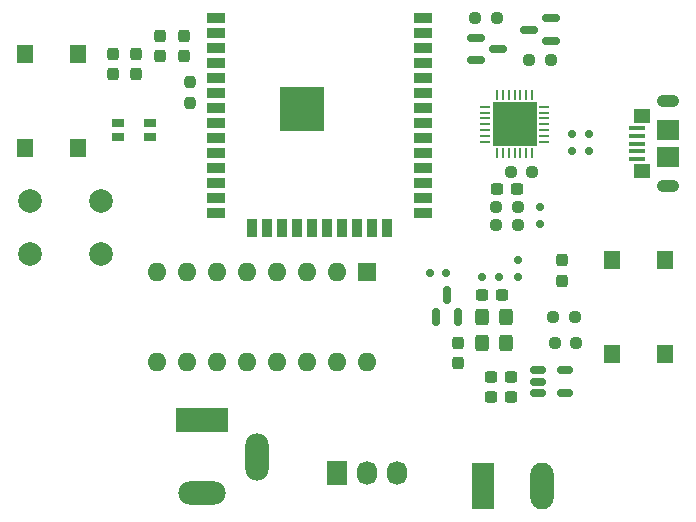
<source format=gbr>
%TF.GenerationSoftware,KiCad,Pcbnew,8.0.5-8.0.5-0~ubuntu24.04.1*%
%TF.CreationDate,2024-09-17T16:47:34-05:00*%
%TF.ProjectId,Airboat,41697262-6f61-4742-9e6b-696361645f70,rev?*%
%TF.SameCoordinates,Original*%
%TF.FileFunction,Soldermask,Top*%
%TF.FilePolarity,Negative*%
%FSLAX46Y46*%
G04 Gerber Fmt 4.6, Leading zero omitted, Abs format (unit mm)*
G04 Created by KiCad (PCBNEW 8.0.5-8.0.5-0~ubuntu24.04.1) date 2024-09-17 16:47:34*
%MOMM*%
%LPD*%
G01*
G04 APERTURE LIST*
G04 Aperture macros list*
%AMRoundRect*
0 Rectangle with rounded corners*
0 $1 Rounding radius*
0 $2 $3 $4 $5 $6 $7 $8 $9 X,Y pos of 4 corners*
0 Add a 4 corners polygon primitive as box body*
4,1,4,$2,$3,$4,$5,$6,$7,$8,$9,$2,$3,0*
0 Add four circle primitives for the rounded corners*
1,1,$1+$1,$2,$3*
1,1,$1+$1,$4,$5*
1,1,$1+$1,$6,$7*
1,1,$1+$1,$8,$9*
0 Add four rect primitives between the rounded corners*
20,1,$1+$1,$2,$3,$4,$5,0*
20,1,$1+$1,$4,$5,$6,$7,0*
20,1,$1+$1,$6,$7,$8,$9,0*
20,1,$1+$1,$8,$9,$2,$3,0*%
G04 Aperture macros list end*
%ADD10RoundRect,0.150000X-0.512500X-0.150000X0.512500X-0.150000X0.512500X0.150000X-0.512500X0.150000X0*%
%ADD11R,1.730000X2.030000*%
%ADD12O,1.730000X2.030000*%
%ADD13RoundRect,0.237500X0.300000X0.237500X-0.300000X0.237500X-0.300000X-0.237500X0.300000X-0.237500X0*%
%ADD14C,2.000000*%
%ADD15RoundRect,0.237500X0.237500X-0.250000X0.237500X0.250000X-0.237500X0.250000X-0.237500X-0.250000X0*%
%ADD16RoundRect,0.237500X-0.250000X-0.237500X0.250000X-0.237500X0.250000X0.237500X-0.250000X0.237500X0*%
%ADD17RoundRect,0.237500X0.250000X0.237500X-0.250000X0.237500X-0.250000X-0.237500X0.250000X-0.237500X0*%
%ADD18R,1.600000X1.600000*%
%ADD19O,1.600000X1.600000*%
%ADD20RoundRect,0.150000X-0.200000X0.150000X-0.200000X-0.150000X0.200000X-0.150000X0.200000X0.150000X0*%
%ADD21R,1.400000X1.600000*%
%ADD22RoundRect,0.150000X0.150000X0.200000X-0.150000X0.200000X-0.150000X-0.200000X0.150000X-0.200000X0*%
%ADD23R,1.400000X0.400000*%
%ADD24O,1.900000X1.050000*%
%ADD25R,1.450000X1.150000*%
%ADD26R,1.900000X1.750000*%
%ADD27RoundRect,0.150000X0.150000X-0.587500X0.150000X0.587500X-0.150000X0.587500X-0.150000X-0.587500X0*%
%ADD28RoundRect,0.237500X0.237500X-0.300000X0.237500X0.300000X-0.237500X0.300000X-0.237500X-0.300000X0*%
%ADD29R,1.500000X0.900000*%
%ADD30R,0.900000X1.500000*%
%ADD31C,0.600000*%
%ADD32R,3.800000X3.800000*%
%ADD33RoundRect,0.237500X-0.300000X-0.237500X0.300000X-0.237500X0.300000X0.237500X-0.300000X0.237500X0*%
%ADD34R,4.500000X2.000000*%
%ADD35O,4.000000X2.000000*%
%ADD36O,2.000000X4.000000*%
%ADD37RoundRect,0.237500X-0.237500X0.300000X-0.237500X-0.300000X0.237500X-0.300000X0.237500X0.300000X0*%
%ADD38RoundRect,0.150000X-0.150000X-0.200000X0.150000X-0.200000X0.150000X0.200000X-0.150000X0.200000X0*%
%ADD39RoundRect,0.250000X0.325000X0.450000X-0.325000X0.450000X-0.325000X-0.450000X0.325000X-0.450000X0*%
%ADD40RoundRect,0.150000X-0.587500X-0.150000X0.587500X-0.150000X0.587500X0.150000X-0.587500X0.150000X0*%
%ADD41RoundRect,0.062500X-0.325000X-0.062500X0.325000X-0.062500X0.325000X0.062500X-0.325000X0.062500X0*%
%ADD42RoundRect,0.062500X-0.062500X-0.325000X0.062500X-0.325000X0.062500X0.325000X-0.062500X0.325000X0*%
%ADD43R,3.750000X3.750000*%
%ADD44RoundRect,0.150000X0.587500X0.150000X-0.587500X0.150000X-0.587500X-0.150000X0.587500X-0.150000X0*%
%ADD45R,1.050000X0.800000*%
%ADD46R,1.980000X3.960000*%
%ADD47O,1.980000X3.960000*%
G04 APERTURE END LIST*
D10*
%TO.C,U6*%
X157429200Y-119613600D03*
X157429200Y-121513600D03*
X155154200Y-121513600D03*
X155154200Y-120563600D03*
X155154200Y-119613600D03*
%TD*%
D11*
%TO.C,J1*%
X138125200Y-128270000D03*
D12*
X140665200Y-128270000D03*
X143205200Y-128270000D03*
%TD*%
D13*
%TO.C,C6*%
X152881500Y-121843800D03*
X151156500Y-121843800D03*
%TD*%
%TO.C,C5*%
X151157600Y-120167400D03*
X152882600Y-120167400D03*
%TD*%
D14*
%TO.C,5V_USB1*%
X112142546Y-109780379D03*
%TD*%
D15*
%TO.C,R1*%
X125678160Y-97002886D03*
X125678160Y-95177886D03*
%TD*%
D16*
%TO.C,R6*%
X154385880Y-93324242D03*
X156210880Y-93324242D03*
%TD*%
D17*
%TO.C,R5*%
X151659600Y-89814400D03*
X149834600Y-89814400D03*
%TD*%
D18*
%TO.C,U5*%
X140642546Y-111280379D03*
D19*
X138102546Y-111280379D03*
X135562546Y-111280379D03*
X133022546Y-111280379D03*
X130482546Y-111280379D03*
X127942546Y-111280379D03*
X125402546Y-111280379D03*
X122862546Y-111280379D03*
X122862546Y-118900379D03*
X125402546Y-118900379D03*
X127942546Y-118900379D03*
X130482546Y-118900379D03*
X133022546Y-118900379D03*
X135562546Y-118900379D03*
X138102546Y-118900379D03*
X140642546Y-118900379D03*
%TD*%
D20*
%TO.C,D1*%
X155337387Y-107183100D03*
X155337387Y-105783100D03*
%TD*%
D21*
%TO.C,SW1*%
X165908444Y-110260692D03*
X165908444Y-118260692D03*
X161408444Y-110260692D03*
X161408444Y-118260692D03*
%TD*%
D17*
%TO.C,R3*%
X153426221Y-107311582D03*
X151601221Y-107311582D03*
%TD*%
D22*
%TO.C,D4*%
X158038010Y-101052906D03*
X159438010Y-101052906D03*
%TD*%
D23*
%TO.C,J4*%
X163492546Y-101705379D03*
X163492546Y-101055379D03*
X163492546Y-100405379D03*
X163492546Y-99755379D03*
X163492546Y-99105379D03*
D24*
X166142546Y-103980379D03*
D25*
X163912546Y-102725379D03*
D26*
X166142546Y-101530379D03*
X166142546Y-99280379D03*
D25*
X163912546Y-98085379D03*
D24*
X166142546Y-96830379D03*
%TD*%
D16*
%TO.C,R4*%
X151616202Y-105784257D03*
X153441202Y-105784257D03*
%TD*%
D27*
%TO.C,U3*%
X146454992Y-115091735D03*
X148354992Y-115091735D03*
X147404992Y-113216735D03*
%TD*%
D14*
%TO.C,3v3*%
X112142546Y-105280379D03*
%TD*%
D21*
%TO.C,SW3*%
X111683764Y-100805103D03*
X111683764Y-92805103D03*
X116183764Y-100805103D03*
X116183764Y-92805103D03*
%TD*%
D28*
%TO.C,C11*%
X119152007Y-94532969D03*
X119152007Y-92807969D03*
%TD*%
D29*
%TO.C,U1*%
X127892546Y-89775379D03*
X127892546Y-91045379D03*
X127892546Y-92315379D03*
X127892546Y-93585379D03*
X127892546Y-94855379D03*
X127892546Y-96125379D03*
X127892546Y-97395379D03*
X127892546Y-98665379D03*
X127892546Y-99935379D03*
X127892546Y-101205379D03*
X127892546Y-102475379D03*
X127892546Y-103745379D03*
X127892546Y-105015379D03*
X127892546Y-106285379D03*
D30*
X130932546Y-107535379D03*
X132202546Y-107535379D03*
X133472546Y-107535379D03*
X134742546Y-107535379D03*
X136012546Y-107535379D03*
X137282546Y-107535379D03*
X138552546Y-107535379D03*
X139822546Y-107535379D03*
X141092546Y-107535379D03*
X142362546Y-107535379D03*
D29*
X145392546Y-106285379D03*
X145392546Y-105015379D03*
X145392546Y-103745379D03*
X145392546Y-102475379D03*
X145392546Y-101205379D03*
X145392546Y-99935379D03*
X145392546Y-98665379D03*
X145392546Y-97395379D03*
X145392546Y-96125379D03*
X145392546Y-94855379D03*
X145392546Y-93585379D03*
X145392546Y-92315379D03*
X145392546Y-91045379D03*
X145392546Y-89775379D03*
D31*
X133742546Y-96795379D03*
X133742546Y-98195379D03*
X134442546Y-96095379D03*
X134442546Y-97495379D03*
X134442546Y-98895379D03*
X135117546Y-96795379D03*
X135117546Y-98195379D03*
D32*
X135142546Y-97495379D03*
D31*
X135842546Y-96095379D03*
X135842546Y-97495379D03*
X135842546Y-98895379D03*
X136542546Y-96795379D03*
X136542546Y-98195379D03*
%TD*%
D20*
%TO.C,D2*%
X153433800Y-111680379D03*
X153433800Y-110280379D03*
%TD*%
D33*
%TO.C,C7*%
X150394098Y-113217261D03*
X152119098Y-113217261D03*
%TD*%
D22*
%TO.C,D6*%
X150396284Y-111674067D03*
X151796284Y-111674067D03*
%TD*%
D34*
%TO.C,J2*%
X126642546Y-123780379D03*
D35*
X126642546Y-129980379D03*
D36*
X131342546Y-126980379D03*
%TD*%
D14*
%TO.C,5V1*%
X118142546Y-105280379D03*
%TD*%
D37*
%TO.C,C2*%
X123142546Y-91280379D03*
X123142546Y-93005379D03*
%TD*%
%TO.C,C3*%
X125142546Y-91280379D03*
X125142546Y-93005379D03*
%TD*%
D22*
%TO.C,D3*%
X158038010Y-99574168D03*
X159438010Y-99574168D03*
%TD*%
D38*
%TO.C,D5*%
X147349885Y-111373957D03*
X145949885Y-111373957D03*
%TD*%
D33*
%TO.C,C4*%
X151652554Y-104260511D03*
X153377554Y-104260511D03*
%TD*%
D39*
%TO.C,D8*%
X152445593Y-117297388D03*
X150395593Y-117297388D03*
%TD*%
D37*
%TO.C,C1*%
X121099174Y-92803617D03*
X121099174Y-94528617D03*
%TD*%
D39*
%TO.C,D7*%
X152434096Y-115122880D03*
X150384096Y-115122880D03*
%TD*%
D40*
%TO.C,Q2*%
X149841268Y-91437641D03*
X149841268Y-93337641D03*
X151716268Y-92387641D03*
%TD*%
D16*
%TO.C,R8*%
X156557850Y-117284138D03*
X158382850Y-117284138D03*
%TD*%
D37*
%TO.C,C8*%
X148331831Y-117298531D03*
X148331831Y-119023531D03*
%TD*%
D14*
%TO.C,VBAT1*%
X118142546Y-109780379D03*
%TD*%
D16*
%TO.C,R7*%
X156420058Y-115115633D03*
X158245058Y-115115633D03*
%TD*%
D41*
%TO.C,U2*%
X150680046Y-97280379D03*
X150680046Y-97780379D03*
X150680046Y-98280379D03*
X150680046Y-98780379D03*
X150680046Y-99280379D03*
X150680046Y-99780379D03*
X150680046Y-100280379D03*
D42*
X151642546Y-101242879D03*
X152142546Y-101242879D03*
X152642546Y-101242879D03*
X153142546Y-101242879D03*
X153642546Y-101242879D03*
X154142546Y-101242879D03*
X154642546Y-101242879D03*
D41*
X155605046Y-100280379D03*
X155605046Y-99780379D03*
X155605046Y-99280379D03*
X155605046Y-98780379D03*
X155605046Y-98280379D03*
X155605046Y-97780379D03*
X155605046Y-97280379D03*
D42*
X154642546Y-96317879D03*
X154142546Y-96317879D03*
X153642546Y-96317879D03*
X153142546Y-96317879D03*
X152642546Y-96317879D03*
X152142546Y-96317879D03*
X151642546Y-96317879D03*
D43*
X153142546Y-98780379D03*
%TD*%
D28*
%TO.C,C9*%
X157142546Y-112005379D03*
X157142546Y-110280379D03*
%TD*%
D44*
%TO.C,Q1*%
X156209600Y-91714400D03*
X156209600Y-89814400D03*
X154334600Y-90764400D03*
%TD*%
D45*
%TO.C,X1*%
X119608031Y-99850559D03*
X122258031Y-99850559D03*
X122258031Y-98650559D03*
X119608031Y-98650559D03*
%TD*%
D17*
%TO.C,R2*%
X154642546Y-102780379D03*
X152817546Y-102780379D03*
%TD*%
D46*
%TO.C,J5*%
X150498800Y-129413000D03*
D47*
X155498800Y-129413000D03*
%TD*%
M02*

</source>
